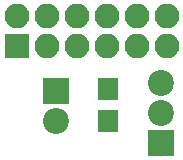
<source format=gts>
G04 #@! TF.FileFunction,Soldermask,Top*
%FSLAX46Y46*%
G04 Gerber Fmt 4.6, Leading zero omitted, Abs format (unit mm)*
G04 Created by KiCad (PCBNEW 4.0.6+dfsg1-1) date Wed May  9 09:06:51 2018*
%MOMM*%
%LPD*%
G01*
G04 APERTURE LIST*
%ADD10C,0.100000*%
%ADD11R,2.200000X2.200000*%
%ADD12C,2.200000*%
%ADD13R,2.100000X2.100000*%
%ADD14O,2.100000X2.100000*%
%ADD15R,1.700000X1.900000*%
G04 APERTURE END LIST*
D10*
D11*
X148717000Y-101473000D03*
D12*
X148717000Y-98933000D03*
X148717000Y-96393000D03*
D11*
X139827000Y-97028000D03*
D12*
X139827000Y-99568000D03*
D13*
X136525000Y-93218000D03*
D14*
X136525000Y-90678000D03*
X139065000Y-93218000D03*
X139065000Y-90678000D03*
X141605000Y-93218000D03*
X141605000Y-90678000D03*
X144145000Y-93218000D03*
X144145000Y-90678000D03*
X146685000Y-93218000D03*
X146685000Y-90678000D03*
X149225000Y-93218000D03*
X149225000Y-90678000D03*
D15*
X144272000Y-96901000D03*
X144272000Y-99601000D03*
M02*

</source>
